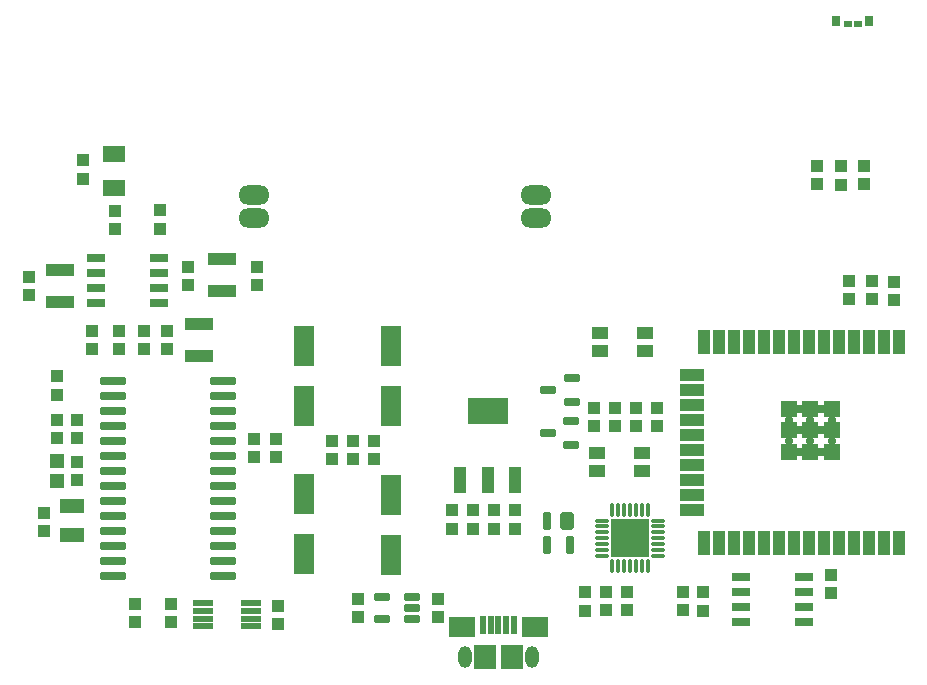
<source format=gts>
G04*
G04 #@! TF.GenerationSoftware,Altium Limited,Altium Designer,21.9.2 (33)*
G04*
G04 Layer_Color=8388736*
%FSLAX25Y25*%
%MOIN*%
G70*
G04*
G04 #@! TF.SameCoordinates,E153DD42-8A7D-485B-B93F-EA924BBF0D18*
G04*
G04*
G04 #@! TF.FilePolarity,Negative*
G04*
G01*
G75*
%ADD49R,0.09646X0.04134*%
%ADD50R,0.02756X0.01929*%
%ADD51R,0.02756X0.03661*%
%ADD52O,0.10433X0.06496*%
%ADD53R,0.07480X0.08071*%
%ADD54R,0.02165X0.06102*%
%ADD55R,0.08858X0.06890*%
%ADD56R,0.13386X0.09055*%
%ADD57R,0.04331X0.09055*%
%ADD58R,0.04331X0.04134*%
%ADD59R,0.04528X0.04921*%
%ADD60R,0.04134X0.08465*%
%ADD61R,0.08465X0.04134*%
%ADD62R,0.05827X0.05827*%
%ADD63R,0.06890X0.13189*%
G04:AMPARAMS|DCode=64|XSize=16.14mil|YSize=44.1mil|CornerRadius=5.51mil|HoleSize=0mil|Usage=FLASHONLY|Rotation=270.000|XOffset=0mil|YOffset=0mil|HoleType=Round|Shape=RoundedRectangle|*
%AMROUNDEDRECTD64*
21,1,0.01614,0.03307,0,0,270.0*
21,1,0.00512,0.04410,0,0,270.0*
1,1,0.01102,-0.01654,-0.00256*
1,1,0.01102,-0.01654,0.00256*
1,1,0.01102,0.01654,0.00256*
1,1,0.01102,0.01654,-0.00256*
%
%ADD64ROUNDEDRECTD64*%
G04:AMPARAMS|DCode=65|XSize=16.14mil|YSize=44.1mil|CornerRadius=5.51mil|HoleSize=0mil|Usage=FLASHONLY|Rotation=0.000|XOffset=0mil|YOffset=0mil|HoleType=Round|Shape=RoundedRectangle|*
%AMROUNDEDRECTD65*
21,1,0.01614,0.03307,0,0,0.0*
21,1,0.00512,0.04410,0,0,0.0*
1,1,0.01102,0.00256,-0.01654*
1,1,0.01102,-0.00256,-0.01654*
1,1,0.01102,-0.00256,0.01654*
1,1,0.01102,0.00256,0.01654*
%
%ADD65ROUNDEDRECTD65*%
%ADD66R,0.12992X0.12992*%
G04:AMPARAMS|DCode=67|XSize=53.54mil|YSize=29.13mil|CornerRadius=8.76mil|HoleSize=0mil|Usage=FLASHONLY|Rotation=180.000|XOffset=0mil|YOffset=0mil|HoleType=Round|Shape=RoundedRectangle|*
%AMROUNDEDRECTD67*
21,1,0.05354,0.01161,0,0,180.0*
21,1,0.03602,0.02913,0,0,180.0*
1,1,0.01752,-0.01801,0.00581*
1,1,0.01752,0.01801,0.00581*
1,1,0.01752,0.01801,-0.00581*
1,1,0.01752,-0.01801,-0.00581*
%
%ADD67ROUNDEDRECTD67*%
G04:AMPARAMS|DCode=68|XSize=86.61mil|YSize=29.13mil|CornerRadius=5.86mil|HoleSize=0mil|Usage=FLASHONLY|Rotation=0.000|XOffset=0mil|YOffset=0mil|HoleType=Round|Shape=RoundedRectangle|*
%AMROUNDEDRECTD68*
21,1,0.08661,0.01742,0,0,0.0*
21,1,0.07490,0.02913,0,0,0.0*
1,1,0.01171,0.03745,-0.00871*
1,1,0.01171,-0.03745,-0.00871*
1,1,0.01171,-0.03745,0.00871*
1,1,0.01171,0.03745,0.00871*
%
%ADD68ROUNDEDRECTD68*%
%ADD69R,0.05512X0.04134*%
%ADD70R,0.06391X0.02791*%
G04:AMPARAMS|DCode=71|XSize=55.51mil|YSize=29.13mil|CornerRadius=5.86mil|HoleSize=0mil|Usage=FLASHONLY|Rotation=180.000|XOffset=0mil|YOffset=0mil|HoleType=Round|Shape=RoundedRectangle|*
%AMROUNDEDRECTD71*
21,1,0.05551,0.01742,0,0,180.0*
21,1,0.04380,0.02913,0,0,180.0*
1,1,0.01171,-0.02190,0.00871*
1,1,0.01171,0.02190,0.00871*
1,1,0.01171,0.02190,-0.00871*
1,1,0.01171,-0.02190,-0.00871*
%
%ADD71ROUNDEDRECTD71*%
G04:AMPARAMS|DCode=72|XSize=44.88mil|YSize=57.09mil|CornerRadius=5.88mil|HoleSize=0mil|Usage=FLASHONLY|Rotation=180.000|XOffset=0mil|YOffset=0mil|HoleType=Round|Shape=RoundedRectangle|*
%AMROUNDEDRECTD72*
21,1,0.04488,0.04534,0,0,180.0*
21,1,0.03313,0.05709,0,0,180.0*
1,1,0.01175,-0.01657,0.02267*
1,1,0.01175,0.01657,0.02267*
1,1,0.01175,0.01657,-0.02267*
1,1,0.01175,-0.01657,-0.02267*
%
%ADD72ROUNDEDRECTD72*%
G04:AMPARAMS|DCode=73|XSize=29.13mil|YSize=57.09mil|CornerRadius=4.7mil|HoleSize=0mil|Usage=FLASHONLY|Rotation=180.000|XOffset=0mil|YOffset=0mil|HoleType=Round|Shape=RoundedRectangle|*
%AMROUNDEDRECTD73*
21,1,0.02913,0.04770,0,0,180.0*
21,1,0.01974,0.05709,0,0,180.0*
1,1,0.00939,-0.00987,0.02385*
1,1,0.00939,0.00987,0.02385*
1,1,0.00939,0.00987,-0.02385*
1,1,0.00939,-0.00987,-0.02385*
%
%ADD73ROUNDEDRECTD73*%
%ADD74R,0.07756X0.05354*%
%ADD75R,0.08071X0.04921*%
%ADD76R,0.06591X0.02391*%
%ADD77O,0.04528X0.07284*%
%ADD78C,0.00591*%
%ADD79C,0.02953*%
D49*
X97400Y143085D02*
D03*
Y153715D02*
D03*
X89926Y131815D02*
D03*
Y121185D02*
D03*
X43500Y139185D02*
D03*
Y149815D02*
D03*
D50*
X309350Y231929D02*
D03*
X306004D02*
D03*
D51*
X313287Y232795D02*
D03*
X302067D02*
D03*
D52*
X108000Y175075D02*
D03*
Y167201D02*
D03*
X202200Y175075D02*
D03*
Y167201D02*
D03*
D53*
X193996Y21063D02*
D03*
X185138D02*
D03*
D54*
X184449Y31496D02*
D03*
X194685D02*
D03*
X189567D02*
D03*
X192126D02*
D03*
X187008D02*
D03*
D55*
X201772Y31004D02*
D03*
X177362D02*
D03*
D56*
X186000Y102917D02*
D03*
D57*
Y80083D02*
D03*
X176945D02*
D03*
X195055D02*
D03*
D58*
X295800Y178549D02*
D03*
Y184651D02*
D03*
X303800Y178349D02*
D03*
Y184451D02*
D03*
X311400Y178549D02*
D03*
Y184651D02*
D03*
X306600Y140149D02*
D03*
Y146251D02*
D03*
X142900Y40351D02*
D03*
Y34249D02*
D03*
X300600Y48251D02*
D03*
Y42149D02*
D03*
X115400Y87549D02*
D03*
Y93651D02*
D03*
X218578Y36358D02*
D03*
Y42461D02*
D03*
X225500Y36449D02*
D03*
Y42551D02*
D03*
X251000Y36449D02*
D03*
Y42551D02*
D03*
X314200Y146251D02*
D03*
Y140149D02*
D03*
X321600Y146051D02*
D03*
Y139949D02*
D03*
X188200Y69851D02*
D03*
Y63749D02*
D03*
X174200Y69851D02*
D03*
Y63749D02*
D03*
X116000Y31949D02*
D03*
Y38051D02*
D03*
X38078Y62858D02*
D03*
Y68961D02*
D03*
X49078Y93858D02*
D03*
Y99961D02*
D03*
Y79858D02*
D03*
Y85961D02*
D03*
X169400Y40351D02*
D03*
Y34249D02*
D03*
X71526Y123449D02*
D03*
Y129551D02*
D03*
X42578Y108358D02*
D03*
Y114461D02*
D03*
X76800Y169851D02*
D03*
Y163749D02*
D03*
X80500Y38551D02*
D03*
Y32449D02*
D03*
X68500Y38551D02*
D03*
Y32449D02*
D03*
X232500Y36449D02*
D03*
Y42551D02*
D03*
X257800Y36349D02*
D03*
Y42451D02*
D03*
X235500Y104051D02*
D03*
Y97949D02*
D03*
X221500D02*
D03*
Y104051D02*
D03*
X228500D02*
D03*
Y97949D02*
D03*
X195200Y63749D02*
D03*
Y69851D02*
D03*
X181200Y63749D02*
D03*
Y69851D02*
D03*
X242500Y97949D02*
D03*
Y104051D02*
D03*
X148200Y86949D02*
D03*
Y93051D02*
D03*
X141000Y86949D02*
D03*
Y93051D02*
D03*
X134000Y86949D02*
D03*
Y93051D02*
D03*
X42578Y99961D02*
D03*
Y93858D02*
D03*
X108200Y87549D02*
D03*
Y93651D02*
D03*
X51300Y180398D02*
D03*
Y186500D02*
D03*
X109000Y144949D02*
D03*
Y151051D02*
D03*
X79126Y123449D02*
D03*
Y129551D02*
D03*
X33000Y141449D02*
D03*
Y147551D02*
D03*
X61800Y163449D02*
D03*
Y169551D02*
D03*
X86000Y144949D02*
D03*
Y151051D02*
D03*
X63126Y129551D02*
D03*
Y123449D02*
D03*
X54126Y129551D02*
D03*
Y123449D02*
D03*
D59*
X42578Y79563D02*
D03*
Y86256D02*
D03*
D60*
X323071Y125984D02*
D03*
X318071D02*
D03*
X313071D02*
D03*
X308071D02*
D03*
X303071D02*
D03*
X298071D02*
D03*
X293071D02*
D03*
X288071D02*
D03*
X283071D02*
D03*
X278071D02*
D03*
X273071D02*
D03*
X268071D02*
D03*
X263071D02*
D03*
X258071D02*
D03*
Y59055D02*
D03*
X263071D02*
D03*
X268071D02*
D03*
X273071D02*
D03*
X278071D02*
D03*
X283071D02*
D03*
X288071D02*
D03*
X293071D02*
D03*
X298071D02*
D03*
X303071D02*
D03*
X308071D02*
D03*
X313071D02*
D03*
X318071D02*
D03*
X323071D02*
D03*
D61*
X254134Y115020D02*
D03*
Y110020D02*
D03*
Y105020D02*
D03*
Y100020D02*
D03*
Y95020D02*
D03*
Y90020D02*
D03*
Y85020D02*
D03*
Y80020D02*
D03*
Y75020D02*
D03*
Y70020D02*
D03*
D62*
X300768Y103681D02*
D03*
Y96457D02*
D03*
Y89232D02*
D03*
X293543Y103681D02*
D03*
Y96457D02*
D03*
Y89232D02*
D03*
X286319Y103681D02*
D03*
Y96457D02*
D03*
Y89232D02*
D03*
D63*
X153800Y74927D02*
D03*
Y55073D02*
D03*
X124700Y55273D02*
D03*
Y75127D02*
D03*
X153800Y124527D02*
D03*
Y104673D02*
D03*
X124800Y124527D02*
D03*
Y104673D02*
D03*
D64*
X224169Y54594D02*
D03*
Y56563D02*
D03*
Y58531D02*
D03*
Y62468D02*
D03*
Y66405D02*
D03*
Y60500D02*
D03*
Y64437D02*
D03*
X242831Y54594D02*
D03*
Y56563D02*
D03*
Y62468D02*
D03*
Y58531D02*
D03*
Y60500D02*
D03*
Y64437D02*
D03*
Y66405D02*
D03*
D65*
X229563Y51169D02*
D03*
X227594D02*
D03*
X229563Y69831D02*
D03*
X227594D02*
D03*
X231532Y51169D02*
D03*
X235469D02*
D03*
X233500D02*
D03*
X239405D02*
D03*
X237437D02*
D03*
Y69831D02*
D03*
X239405D02*
D03*
X231532D02*
D03*
X235469D02*
D03*
X233500D02*
D03*
D66*
Y60500D02*
D03*
D67*
X160841Y41040D02*
D03*
Y37300D02*
D03*
Y33560D02*
D03*
X150959Y41040D02*
D03*
Y33560D02*
D03*
D68*
X61251Y52909D02*
D03*
Y47909D02*
D03*
Y57909D02*
D03*
Y72909D02*
D03*
Y62909D02*
D03*
Y67909D02*
D03*
Y77909D02*
D03*
Y92909D02*
D03*
Y82909D02*
D03*
Y97909D02*
D03*
Y102909D02*
D03*
Y87909D02*
D03*
Y107909D02*
D03*
Y112909D02*
D03*
X97905Y47909D02*
D03*
Y57909D02*
D03*
Y52909D02*
D03*
Y62909D02*
D03*
Y67909D02*
D03*
Y107909D02*
D03*
Y102909D02*
D03*
Y112909D02*
D03*
Y82909D02*
D03*
Y72909D02*
D03*
Y77909D02*
D03*
Y97909D02*
D03*
Y87909D02*
D03*
Y92909D02*
D03*
D69*
X222421Y83047D02*
D03*
Y88953D02*
D03*
X237579D02*
D03*
Y83047D02*
D03*
X238579Y123047D02*
D03*
Y128953D02*
D03*
X223421D02*
D03*
Y123047D02*
D03*
D70*
X270370Y32500D02*
D03*
Y37500D02*
D03*
Y42500D02*
D03*
Y47500D02*
D03*
X291630Y32500D02*
D03*
Y37500D02*
D03*
Y42500D02*
D03*
Y47500D02*
D03*
X76630Y154000D02*
D03*
Y149000D02*
D03*
Y144000D02*
D03*
Y139000D02*
D03*
X55370Y154000D02*
D03*
Y149000D02*
D03*
Y144000D02*
D03*
Y139000D02*
D03*
D71*
X213858Y99437D02*
D03*
Y91563D02*
D03*
X206142Y95500D02*
D03*
X206283Y109937D02*
D03*
X214000Y113874D02*
D03*
Y106000D02*
D03*
D72*
X212592Y66235D02*
D03*
D73*
X205820D02*
D03*
Y58165D02*
D03*
X213380D02*
D03*
D74*
X61600Y177291D02*
D03*
Y188709D02*
D03*
D75*
X47578Y61488D02*
D03*
Y71331D02*
D03*
D76*
X107000Y38800D02*
D03*
Y36300D02*
D03*
Y33700D02*
D03*
Y31200D02*
D03*
X91000D02*
D03*
Y33700D02*
D03*
Y36300D02*
D03*
Y38800D02*
D03*
D77*
X200689Y20984D02*
D03*
X178445D02*
D03*
D78*
X181693Y29528D02*
D03*
X197441D02*
D03*
D79*
X300768Y100069D02*
D03*
Y92844D02*
D03*
X297155Y103681D02*
D03*
Y96457D02*
D03*
Y89232D02*
D03*
X293543Y100069D02*
D03*
Y92844D02*
D03*
X289931Y103681D02*
D03*
Y96457D02*
D03*
Y89232D02*
D03*
X286319Y100069D02*
D03*
Y92844D02*
D03*
M02*

</source>
